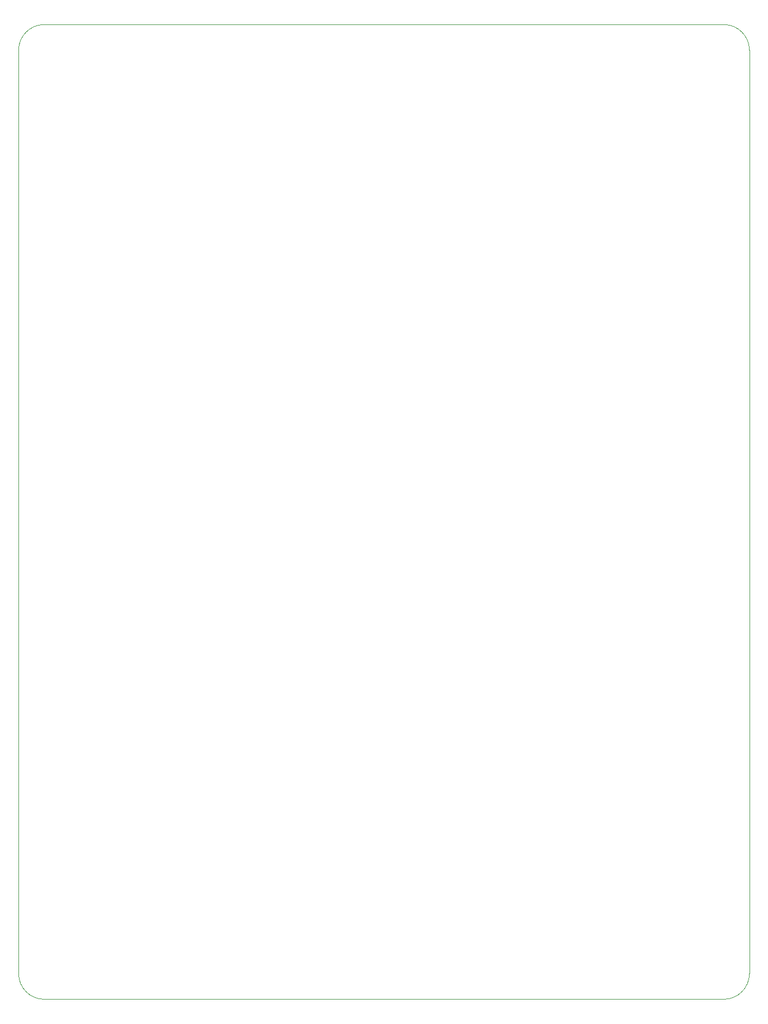
<source format=gm1>
G04 #@! TF.GenerationSoftware,KiCad,Pcbnew,7.0.5-0*
G04 #@! TF.CreationDate,2023-08-08T04:38:12-03:00*
G04 #@! TF.ProjectId,macunaima_rev2,6d616375-6e61-4696-9d61-5f726576322e,rev?*
G04 #@! TF.SameCoordinates,Original*
G04 #@! TF.FileFunction,Profile,NP*
%FSLAX46Y46*%
G04 Gerber Fmt 4.6, Leading zero omitted, Abs format (unit mm)*
G04 Created by KiCad (PCBNEW 7.0.5-0) date 2023-08-08 04:38:12*
%MOMM*%
%LPD*%
G01*
G04 APERTURE LIST*
G04 #@! TA.AperFunction,Profile*
%ADD10C,0.100000*%
G04 #@! TD*
G04 APERTURE END LIST*
D10*
X0Y-148000000D02*
G75*
G03*
X4000000Y-152000000I4000000J0D01*
G01*
X4000000Y0D02*
G75*
G03*
X0Y-4000000I0J-4000000D01*
G01*
X110000000Y-152000000D02*
G75*
G03*
X114000000Y-148000000I0J4000000D01*
G01*
X114000000Y-148000000D02*
X114000000Y-4000000D01*
X110000000Y0D02*
X4000000Y0D01*
X114000000Y-4000000D02*
G75*
G03*
X110000000Y0I-4000000J0D01*
G01*
X4000000Y-152000000D02*
X110000000Y-152000000D01*
X0Y-4000000D02*
X1Y-148000000D01*
M02*

</source>
